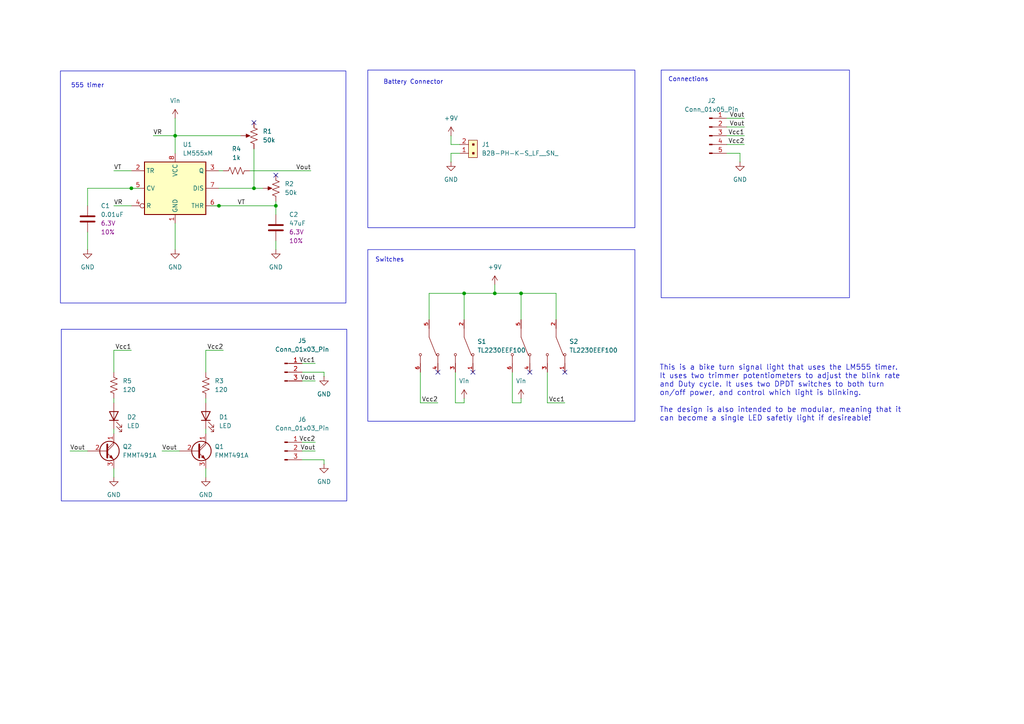
<source format=kicad_sch>
(kicad_sch (version 20250114) (generator "eeschema") (generator_version "9.0")
  (paper "A4")
  (title_block (title "555 timer bike turn signal") (date "2025-06-22") (rev "2"))
  (lib_symbols
    (symbol "Connector:Conn_01x03_Pin" (pin_names (offset 1.016) (hide yes))
      (property "Reference" "J" (at 0 5.08 0))
      (property "Value" "Conn_01x03_Pin" (at 0 -5.08 0))
      (symbol "Conn_01x03_Pin_1_1"
        (rectangle (start 0.8636 2.667) (end 0 2.413) (stroke (width 0.1524)) (fill (type outline)))
        (rectangle (start 0.8636 0.127) (end 0 -0.127) (stroke (width 0.1524)) (fill (type outline)))
        (rectangle (start 0.8636 -2.413) (end 0 -2.667) (stroke (width 0.1524)) (fill (type outline)))
        (polyline (pts (xy 1.27 2.54) (xy 0.8636 2.54)) (stroke (width 0.1524)))
        (polyline (pts (xy 1.27 0) (xy 0.8636 0)) (stroke (width 0.1524)))
        (polyline (pts (xy 1.27 -2.54) (xy 0.8636 -2.54)) (stroke (width 0.1524)))
        (pin passive line (at 5.08 2.54 180) (length 3.81) (name "Pin_1") (number "1"))
        (pin passive line (at 5.08 0 180) (length 3.81) (name "Pin_2") (number "2"))
        (pin passive line (at 5.08 -2.54 180) (length 3.81) (name "Pin_3") (number "3"))
      )
    )
    (symbol "Connector:Conn_01x05_Pin" (pin_names (offset 1.016) (hide yes))
      (property "Reference" "J" (at 0 7.62 0))
      (property "Value" "Conn_01x05_Pin" (at 0 -7.62 0))
      (symbol "Conn_01x05_Pin_1_1"
        (rectangle (start 0.8636 5.207) (end 0 4.953) (stroke (width 0.1524)) (fill (type outline)))
        (rectangle (start 0.8636 2.667) (end 0 2.413) (stroke (width 0.1524)) (fill (type outline)))
        (rectangle (start 0.8636 0.127) (end 0 -0.127) (stroke (width 0.1524)) (fill (type outline)))
        (rectangle (start 0.8636 -2.413) (end 0 -2.667) (stroke (width 0.1524)) (fill (type outline)))
        (rectangle (start 0.8636 -4.953) (end 0 -5.207) (stroke (width 0.1524)) (fill (type outline)))
        (polyline (pts (xy 1.27 5.08) (xy 0.8636 5.08)) (stroke (width 0.1524)))
        (polyline (pts (xy 1.27 2.54) (xy 0.8636 2.54)) (stroke (width 0.1524)))
        (polyline (pts (xy 1.27 0) (xy 0.8636 0)) (stroke (width 0.1524)))
        (polyline (pts (xy 1.27 -2.54) (xy 0.8636 -2.54)) (stroke (width 0.1524)))
        (polyline (pts (xy 1.27 -5.08) (xy 0.8636 -5.08)) (stroke (width 0.1524)))
        (pin passive line (at 5.08 5.08 180) (length 3.81) (name "Pin_1") (number "1"))
        (pin passive line (at 5.08 2.54 180) (length 3.81) (name "Pin_2") (number "2"))
        (pin passive line (at 5.08 0 180) (length 3.81) (name "Pin_3") (number "3"))
        (pin passive line (at 5.08 -2.54 180) (length 3.81) (name "Pin_4") (number "4"))
        (pin passive line (at 5.08 -5.08 180) (length 3.81) (name "Pin_5") (number "5"))
      )
    )
    (symbol "SparkFun-Capacitor:0.1uF_0402_6.3V_10%" (pin_numbers (hide yes)) (pin_names (offset 0.254))
      (property "Reference" "C" (at 0.635 2.54 0))
      (property "Value" "0.1uF" (at 0.635 -2.54 0))
      (property "Voltage" "6.3V" (at 0 -6.35 0))
      (property "Tolerance" "10%" (at 0 -8.89 0))
      (symbol "0.1uF_0402_6.3V_10%_0_1"
        (polyline (pts (xy -2.032 0.762) (xy 2.032 0.762)) (stroke (width 0.508)))
        (polyline (pts (xy -2.032 -0.762) (xy 2.032 -0.762)) (stroke (width 0.508)))
      )
      (symbol "0.1uF_0402_6.3V_10%_1_1"
        (pin passive line (at 0 3.81 270) (length 2.794) (name "~") (number "1"))
        (pin passive line (at 0 -3.81 90) (length 2.794) (name "~") (number "2"))
      )
    )
    (symbol "SparkFun-LED:LED" (pin_numbers (hide yes)) (pin_names (offset 1.016) (hide yes))
      (property "Reference" "D" (at 0 2.54 0))
      (property "Value" "LED" (at 0 -2.54 0))
      (symbol "LED_0_1"
        (polyline (pts (xy -3.048 -0.762) (xy -4.572 -2.286) (xy -3.81 -2.286) (xy -4.572 -2.286) (xy -4.572 -1.524)))
        (polyline (pts (xy -1.778 -0.762) (xy -3.302 -2.286) (xy -2.54 -2.286) (xy -3.302 -2.286) (xy -3.302 -1.524)))
        (polyline (pts (xy -1.27 0) (xy 1.27 0)))
        (polyline (pts (xy -1.27 -1.27) (xy -1.27 1.27)) (stroke (width 0.254)))
        (polyline (pts (xy 1.27 -1.27) (xy 1.27 1.27) (xy -1.27 0) (xy 1.27 -1.27)) (stroke (width 0.254)))
      )
      (symbol "LED_1_1"
        (pin passive line (at -3.81 0 0) (length 2.54) (name "K") (number "1"))
        (pin passive line (at 3.81 0 180) (length 2.54) (name "A") (number "2"))
      )
    )
    (symbol "SparkFun-Resistor:1.5k_0603" (pin_numbers (hide yes)) (pin_names (offset 0))
      (property "Reference" "R" (at 0 -2.54 0))
      (property "Value" "1.5k" (at 0 2.54 0))
      (symbol "1.5k_0603_0_1"
        (polyline (pts (xy -2.286 0) (xy -2.54 0)))
        (polyline (pts (xy -0.762 0) (xy -1.143 -1.016) (xy -1.524 0) (xy -1.905 1.016) (xy -2.286 0)))
        (polyline (pts (xy 0.762 0) (xy 0.381 -1.016) (xy 0 0) (xy -0.381 1.016) (xy -0.762 0)))
        (polyline (pts (xy 2.286 0) (xy 2.54 0)))
        (polyline (pts (xy 2.286 0) (xy 1.905 -1.016) (xy 1.524 0) (xy 1.143 1.016) (xy 0.762 0)))
      )
      (symbol "1.5k_0603_1_1"
        (pin passive line (at -3.81 0 0) (length 1.27) (name "~") (number "2"))
        (pin passive line (at 3.81 0 180) (length 1.27) (name "~") (number "1"))
      )
    )
    (symbol "SparkFun-Resistor:Trimpot_10k_SMD_3.0x3.0mm" (pin_numbers (hide yes)) (pin_names (offset 1.016) (hide yes))
      (property "Reference" "R1" (at 0 2.54 0))
      (property "Value" "10k" (at 2.54 -2.54 0))
      (symbol "Trimpot_10k_SMD_3.0x3.0mm_0_1"
        (polyline (pts (xy -2.286 0) (xy -2.54 0)))
        (polyline (pts (xy -0.762 0) (xy -1.143 -1.016) (xy -1.524 0) (xy -1.905 1.016) (xy -2.286 0)))
        (polyline (pts (xy 0 -1.143) (xy 0.508 -2.286) (xy -0.508 -2.286) (xy 0 -1.143)) (fill (type outline)))
        (polyline (pts (xy 0 -2.54) (xy 0 -1.524)))
        (polyline (pts (xy 0.762 0) (xy 0.381 -1.016) (xy 0 0) (xy -0.381 1.016) (xy -0.762 0)))
        (polyline (pts (xy 2.286 0) (xy 1.905 -1.016) (xy 1.524 0) (xy 1.143 1.016) (xy 0.762 0)))
        (polyline (pts (xy 2.54 0) (xy 2.286 0)))
      )
      (symbol "Trimpot_10k_SMD_3.0x3.0mm_1_1"
        (pin passive line (at -3.81 0 0) (length 1.27) (name "~") (number "3"))
        (pin passive line (at 0 -3.81 90) (length 1.27) (name "~") (number "2"))
        (pin passive line (at 3.81 0 180) (length 1.27) (name "~") (number "1"))
      )
    )
    (symbol "TL2230EEF100:TL2230EEF100" (pin_names (offset 1.016))
      (property "Reference" "S" (at -2.54 10.16 0))
      (property "Value" "TL2230EEF100" (at -2.54 -10.16 0))
      (symbol "TL2230EEF100_0_0"
        (polyline (pts (xy -2.54 5.08) (xy -5.08 5.08)) (stroke (width 0.1524)))
        (polyline (pts (xy -2.54 5.08) (xy 2.794 7.2136)) (stroke (width 0.1524)))
        (polyline (pts (xy -2.54 -5.08) (xy -5.08 -5.08)) (stroke (width 0.1524)))
        (polyline (pts (xy -2.54 -5.08) (xy 2.794 -2.9464)) (stroke (width 0.1524)))
        (circle (center 2.54 7.62) (radius 0.3302) (stroke (width 0.1524)))
        (circle (center 2.54 2.54) (radius 0.3302) (stroke (width 0.1524)))
        (circle (center 2.54 -2.54) (radius 0.3302) (stroke (width 0.1524)))
        (circle (center 2.54 -7.62) (radius 0.3302) (stroke (width 0.1524)))
        (polyline (pts (xy 5.08 7.62) (xy 2.921 7.62)) (stroke (width 0.1524)))
        (polyline (pts (xy 5.08 2.54) (xy 2.921 2.54)) (stroke (width 0.1524)))
        (polyline (pts (xy 5.08 -2.54) (xy 2.921 -2.54)) (stroke (width 0.1524)))
        (polyline (pts (xy 5.08 -7.62) (xy 2.921 -7.62)) (stroke (width 0.1524)))
        (pin passive line (at -7.62 5.08 0) (length 2.54) (name "~") (number "2"))
        (pin passive line (at -7.62 -5.08 0) (length 2.54) (name "~") (number "5"))
        (pin passive line (at 7.62 7.62 180) (length 2.54) (name "~") (number "1"))
        (pin passive line (at 7.62 2.54 180) (length 2.54) (name "~") (number "3"))
        (pin passive line (at 7.62 -2.54 180) (length 2.54) (name "~") (number "4"))
        (pin passive line (at 7.62 -7.62 180) (length 2.54) (name "~") (number "6"))
      )
    )
    (symbol "Timer:LM555xM"
      (property "Reference" "U" (at -10.16 8.89 0))
      (property "Value" "LM555xM" (at 2.54 8.89 0))
      (symbol "LM555xM_0_0"
        (pin power_in line (at 0 10.16 270) (length 2.54) (name "VCC") (number "8"))
        (pin power_in line (at 0 -10.16 90) (length 2.54) (name "GND") (number "1"))
      )
      (symbol "LM555xM_0_1"
        (rectangle (start -8.89 -7.62) (end 8.89 7.62) (stroke (width 0.254)) (fill (type background)))
        (rectangle (start -8.89 -7.62) (end 8.89 7.62) (stroke (width 0.254)) (fill (type background)))
      )
      (symbol "LM555xM_1_1"
        (pin input line (at -12.7 5.08 0) (length 3.81) (name "TR") (number "2"))
        (pin input line (at -12.7 0 0) (length 3.81) (name "CV") (number "5"))
        (pin input inverted (at -12.7 -5.08 0) (length 3.81) (name "R") (number "4"))
        (pin output line (at 12.7 5.08 180) (length 3.81) (name "Q") (number "3"))
        (pin input line (at 12.7 0 180) (length 3.81) (name "DIS") (number "7"))
        (pin input line (at 12.7 -5.08 180) (length 3.81) (name "THR") (number "6"))
      )
    )
    (symbol "Transistor_BJT:BC517" (pin_names (offset 0) (hide yes))
      (property "Reference" "Q" (at 5.08 1.905 0))
      (property "Value" "BC517" (at 5.08 0 0))
      (symbol "BC517_0_1"
        (polyline (pts (xy 0.635 1.905) (xy 0.635 -1.905) (xy 0.635 -1.905)) (stroke (width 0.508)))
        (polyline (pts (xy 0.635 0.635) (xy 2.54 2.54)))
        (polyline (pts (xy 0.635 0) (xy 2.54 1.905) (xy 2.54 2.54)))
        (polyline (pts (xy 0.635 -0.635) (xy 2.54 -2.54) (xy 2.54 -2.54)))
        (circle (center 1.27 0) (radius 2.8194) (stroke (width 0.254)))
        (polyline (pts (xy 1.27 -1.778) (xy 1.778 -1.27) (xy 2.286 -2.286) (xy 1.27 -1.778) (xy 1.27 -1.778)) (fill (type outline)))
      )
      (symbol "BC517_1_1"
        (pin input line (at -5.08 0 0) (length 5.715) (name "B") (number "2"))
        (pin passive line (at 2.54 5.08 270) (length 2.54) (name "C") (number "1"))
        (pin passive line (at 2.54 -5.08 90) (length 2.54) (name "E") (number "3"))
      )
    )
    (symbol "dk_Rectangular-Connectors-Headers-Male-Pins:B2B-PH-K-S_LF__SN_" (pin_names (offset 1.016))
      (property "Reference" "J" (at -2.54 1.27 0))
      (property "Value" "B2B-PH-K-S_LF__SN_" (at 1.27 -3.81 0))
      (symbol "B2B-PH-K-S_LF__SN__1_1"
        (rectangle (start -1.27 0) (end 3.81 -2.54) (fill (type background)))
        (rectangle (start -0.254 -1.143) (end 0.254 -1.651) (fill (type outline)))
        (rectangle (start 2.286 -1.143) (end 2.794 -1.651) (fill (type outline)))
        (pin passive line (at 0 2.54 270) (length 2.54) (name "~") (number "1"))
        (pin passive line (at 2.54 2.54 270) (length 2.54) (name "~") (number "2"))
      )
    )
    (symbol "power:+3V3" (power) (pin_numbers (hide yes)) (pin_names (offset 0) (hide yes))
      (property "Value" "+3V3" (at 0 3.556 0))
      (symbol "+3V3_0_1"
        (polyline (pts (xy -0.762 1.27) (xy 0 2.54)))
        (polyline (pts (xy 0 2.54) (xy 0.762 1.27)))
        (polyline (pts (xy 0 0) (xy 0 2.54)))
      )
      (symbol "+3V3_1_1"
        (pin power_in line (at 0 0 90) (length 0) (name "~") (number "1"))
      )
    )
    (symbol "power:+5V" (power) (pin_numbers (hide yes)) (pin_names (offset 0) (hide yes))
      (property "Value" "+5V" (at 0 3.556 0))
      (symbol "+5V_0_1"
        (polyline (pts (xy -0.762 1.27) (xy 0 2.54)))
        (polyline (pts (xy 0 2.54) (xy 0.762 1.27)))
        (polyline (pts (xy 0 0) (xy 0 2.54)))
      )
      (symbol "+5V_1_1"
        (pin power_in line (at 0 0 90) (length 0) (name "~") (number "1"))
      )
    )
    (symbol "power:GND" (power) (pin_numbers (hide yes)) (pin_names (offset 0) (hide yes))
      (property "Value" "GND" (at 0 -3.81 0))
      (symbol "GND_0_1"
        (polyline (pts (xy 0 0) (xy 0 -1.27) (xy 1.27 -1.27) (xy 0 -2.54) (xy -1.27 -1.27) (xy 0 -1.27)))
      )
      (symbol "GND_1_1"
        (pin power_in line (at 0 0 270) (length 0) (name "~") (number "1"))
      )
    )
  )
  (rectangle (start 17.526 20.574) (end 100.33 87.884))
  (rectangle (start 17.78 95.504) (end 100.584 145.288))
  (rectangle (start 106.68 20.32) (end 184.15 66.04))
  (rectangle (start 106.68 72.39) (end 184.15 122.174))
  (rectangle (start 191.77 20.32) (end 246.38 86.36))
  (text "Switches" (at 113.03 75.438 0) (effects (font (size 1.27 1.27))))
  (text "555 timer\n" (at 25.4 24.892 0) (effects (font (size 1.27 1.27))))
  (text "Connections\n" (at 199.644 23.114 0) (effects (font (size 1.27 1.27))))
  (text "Battery Connector\n" (at 119.888 23.876 0) (effects (font (size 1.27 1.27))))
  (text "This is a bike turn signal light that uses the LM555 timer. \nIt uses two trimmer potentiometers to adjust the blink rate \nand Duty cycle. It uses two DPDT switches to both turn \non/off power, and control which light is blinking.\n\nThe design is also intended to be modular, meaning that it \ncan become a single LED safetly light if desireable!" (at 191.262 114.046 0) (effects (font (size 1.524 1.524)) (justify left)))
  (junction (at 151.13 85.09))
  (junction (at 143.51 85.09))
  (junction (at 38.1 54.61))
  (junction (at 134.62 85.09))
  (junction (at 63.5 59.69))
  (junction (at 50.8 39.37))
  (junction (at 73.66 54.61))
  (junction (at 80.01 59.69))
  (no_connect (at 127 107.95))
  (no_connect (at 73.66 35.56))
  (no_connect (at 163.83 107.95))
  (no_connect (at 80.01 50.8))
  (no_connect (at 137.16 107.95))
  (no_connect (at 153.67 107.95))
  (wire (pts (xy 124.46 92.71) (xy 124.46 85.09)))
  (wire (pts (xy 59.69 124.46) (xy 59.69 125.73)))
  (wire (pts (xy 38.1 101.6) (xy 33.02 101.6)))
  (wire (pts (xy 134.62 85.09) (xy 134.62 92.71)))
  (wire (pts (xy 93.98 133.35) (xy 93.98 134.62)))
  (wire (pts (xy 44.45 39.37) (xy 50.8 39.37)))
  (wire (pts (xy 130.81 44.45) (xy 130.81 46.99)))
  (wire (pts (xy 64.77 101.6) (xy 59.69 101.6)))
  (wire (pts (xy 87.63 105.41) (xy 91.44 105.41)))
  (wire (pts (xy 25.4 67.31) (xy 25.4 72.39)))
  (wire (pts (xy 151.13 85.09) (xy 151.13 92.71)))
  (wire (pts (xy 215.9 34.29) (xy 210.82 34.29)))
  (wire (pts (xy 132.08 107.95) (xy 132.08 116.84)))
  (wire (pts (xy 93.98 107.95) (xy 93.98 109.22)))
  (wire (pts (xy 143.51 85.09) (xy 151.13 85.09)))
  (wire (pts (xy 60.96 59.69) (xy 63.5 59.69)))
  (wire (pts (xy 64.77 49.53) (xy 63.5 49.53)))
  (wire (pts (xy 73.66 43.18) (xy 73.66 54.61)))
  (wire (pts (xy 151.13 116.84) (xy 151.13 115.57)))
  (wire (pts (xy 20.32 130.81) (xy 25.4 130.81)))
  (wire (pts (xy 50.8 34.29) (xy 50.8 39.37)))
  (wire (pts (xy 33.02 138.43) (xy 33.02 135.89)))
  (wire (pts (xy 91.44 110.49) (xy 87.63 110.49)))
  (wire (pts (xy 63.5 59.69) (xy 80.01 59.69)))
  (wire (pts (xy 63.5 54.61) (xy 73.66 54.61)))
  (wire (pts (xy 80.01 58.42) (xy 80.01 59.69)))
  (wire (pts (xy 215.9 36.83) (xy 210.82 36.83)))
  (wire (pts (xy 127 116.84) (xy 121.92 116.84)))
  (wire (pts (xy 91.44 130.81) (xy 87.63 130.81)))
  (wire (pts (xy 130.81 39.37) (xy 130.81 41.91)))
  (wire (pts (xy 143.51 85.09) (xy 143.51 82.55)))
  (wire (pts (xy 132.08 116.84) (xy 134.62 116.84)))
  (wire (pts (xy 124.46 85.09) (xy 134.62 85.09)))
  (wire (pts (xy 90.17 49.53) (xy 72.39 49.53)))
  (wire (pts (xy 25.4 54.61) (xy 25.4 59.69)))
  (wire (pts (xy 87.63 133.35) (xy 93.98 133.35)))
  (wire (pts (xy 215.9 39.37) (xy 210.82 39.37)))
  (wire (pts (xy 73.66 54.61) (xy 76.2 54.61)))
  (wire (pts (xy 215.9 41.91) (xy 210.82 41.91)))
  (wire (pts (xy 151.13 85.09) (xy 161.29 85.09)))
  (wire (pts (xy 50.8 64.77) (xy 50.8 72.39)))
  (wire (pts (xy 59.69 101.6) (xy 59.69 107.95)))
  (wire (pts (xy 210.82 44.45) (xy 214.63 44.45)))
  (wire (pts (xy 151.13 116.84) (xy 148.59 116.84)))
  (wire (pts (xy 161.29 85.09) (xy 161.29 92.71)))
  (wire (pts (xy 134.62 116.84) (xy 134.62 115.57)))
  (wire (pts (xy 59.69 115.57) (xy 59.69 116.84)))
  (wire (pts (xy 121.92 116.84) (xy 121.92 107.95)))
  (wire (pts (xy 133.35 44.45) (xy 130.81 44.45)))
  (wire (pts (xy 25.4 54.61) (xy 38.1 54.61)))
  (wire (pts (xy 33.02 124.46) (xy 33.02 125.73)))
  (wire (pts (xy 87.63 107.95) (xy 93.98 107.95)))
  (wire (pts (xy 46.99 130.81) (xy 52.07 130.81)))
  (wire (pts (xy 40.64 54.61) (xy 38.1 54.61)))
  (wire (pts (xy 148.59 107.95) (xy 148.59 116.84)))
  (wire (pts (xy 50.8 39.37) (xy 69.85 39.37)))
  (wire (pts (xy 158.75 107.95) (xy 158.75 116.84)))
  (wire (pts (xy 214.63 44.45) (xy 214.63 46.99)))
  (wire (pts (xy 87.63 128.27) (xy 91.44 128.27)))
  (wire (pts (xy 33.02 49.53) (xy 38.1 49.53)))
  (wire (pts (xy 59.69 138.43) (xy 59.69 135.89)))
  (wire (pts (xy 163.83 116.84) (xy 158.75 116.84)))
  (wire (pts (xy 33.02 59.69) (xy 38.1 59.69)))
  (wire (pts (xy 80.01 59.69) (xy 80.01 62.23)))
  (wire (pts (xy 134.62 85.09) (xy 143.51 85.09)))
  (wire (pts (xy 33.02 101.6) (xy 33.02 107.95)))
  (wire (pts (xy 33.02 115.57) (xy 33.02 116.84)))
  (wire (pts (xy 80.01 69.85) (xy 80.01 72.39)))
  (wire (pts (xy 50.8 39.37) (xy 50.8 44.45)))
  (wire (pts (xy 130.81 41.91) (xy 133.35 41.91)))
  (label "Vcc1" (at 163.83 116.84 180))
  (label "Vcc2" (at 91.44 128.27 180))
  (label "Vcc2" (at 215.9 41.91 180))
  (label "Vcc2" (at 127 116.84 180))
  (label "Vout" (at 91.44 110.49 180))
  (label "Vcc2" (at 64.77 101.6 180))
  (label "VR" (at 44.45 39.37 0))
  (label "Vcc1" (at 38.1 101.6 180))
  (label "Vout" (at 90.17 49.53 180))
  (label "Vcc1" (at 91.44 105.41 180))
  (label "Vout" (at 46.99 130.81 0))
  (label "Vout" (at 215.9 36.83 180))
  (label "VR" (at 33.02 59.69 0))
  (label "Vout" (at 215.9 34.29 180))
  (label "Vout" (at 91.44 130.81 180))
  (label "VT" (at 71.12 59.69 180))
  (label "Vcc1" (at 215.9 39.37 180))
  (label "Vout" (at 20.32 130.81 0))
  (label "VT" (at 33.02 49.53 0))
  (symbol (lib_id "SparkFun-Resistor:1.5k_0603") (at 68.58 49.53 180) (unit 1)
    (property "Reference" "R4" (at 68.58 43.18 0))
    (property "Value" "1k" (at 68.58 45.72 0))
    (property "Footprint" "Capacitor_SMD:C_0805_2012Metric_Pad1.18x1.45mm_HandSolder" (effects (hide yes)))
    (property "Datasheet" "https://www.vishay.com/docs/20035/dcrcwe3.pdf" (effects (hide yes)))
    (property "Description" "Resistor" (effects (hide yes)))
    (property "PROD_ID" "RES-08306" (effects (hide yes)))
  )
  (symbol (lib_id "power:GND") (at 80.01 72.39 0) (unit 1)
    (property "Reference" "#PWR05" (effects (hide yes)))
    (property "Value" "GND" (at 80.01 77.47 0))
    (property "Description" "Power symbol creates a global label with name \"GND\" , ground" (effects (hide yes)))
  )
  (symbol (lib_id "power:+5V") (at 143.51 82.55 0) (unit 1)
    (property "Reference" "#PWR020" (effects (hide yes)))
    (property "Value" "+9V" (at 143.51 77.47 0))
    (property "Description" "Power symbol creates a global label with name \"+5V\"" (effects (hide yes)))
  )
  (symbol (lib_id "SparkFun-Resistor:Trimpot_10k_SMD_3.0x3.0mm") (at 73.66 39.37 270) (unit 1)
    (property "Reference" "R1" (at 76.2 38.0999 90) (effects (justify left)))
    (property "Value" "50k" (at 76.2 40.6399 90) (effects (justify left)))
    (property "Footprint" "PV37W:TRIM_PV37W103C01B00" (effects (hide yes)))
    (property "Datasheet" "https://www.ttelectronics.com/TTElectronics/media/ProductFiles/Datasheet/22.pdf" (effects (hide yes)))
    (property "Description" "Potentiometer TRIMPOT-SMD-3MM-CLOSED-1/8W-20%" (effects (hide yes)))
    (property "PROD_ID" "RES-09285" (effects (hide yes)))
    (property "Mfg Part#" "22AR10K" (effects (hide yes)))
  )
  (symbol (lib_id "SparkFun-Resistor:1.5k_0603") (at 59.69 111.76 90) (unit 1)
    (property "Reference" "R3" (at 62.23 110.4899 90) (effects (justify right)))
    (property "Value" "120" (at 62.23 113.0299 90) (effects (justify right)))
    (property "Footprint" "Capacitor_SMD:C_0805_2012Metric_Pad1.18x1.45mm_HandSolder" (effects (hide yes)))
    (property "Datasheet" "https://www.vishay.com/docs/20035/dcrcwe3.pdf" (effects (hide yes)))
    (property "Description" "Resistor" (effects (hide yes)))
    (property "PROD_ID" "RES-08306" (effects (hide yes)))
  )
  (symbol (lib_id "power:GND") (at 33.02 138.43 0) (unit 1)
    (property "Reference" "#PWR028" (effects (hide yes)))
    (property "Value" "GND" (at 33.02 143.51 0))
    (property "Description" "Power symbol creates a global label with name \"GND\" , ground" (effects (hide yes)))
  )
  (symbol (lib_id "power:GND") (at 93.98 109.22 0) (unit 1)
    (property "Reference" "#PWR017" (effects (hide yes)))
    (property "Value" "GND" (at 93.98 114.3 0))
    (property "Description" "Power symbol creates a global label with name \"GND\" , ground" (effects (hide yes)))
  )
  (symbol (lib_id "Timer:LM555xM") (at 50.8 54.61 0) (unit 1)
    (property "Reference" "U1" (at 52.9941 41.91 0) (effects (justify left)))
    (property "Value" "LM555xM" (at 52.9941 44.45 0) (effects (justify left)))
    (property "Footprint" "Package_SO:SOIC-8_3.9x4.9mm_P1.27mm" (effects (hide yes)))
    (property "Datasheet" "http://www.ti.com/lit/ds/symlink/lm555.pdf" (effects (hide yes)))
    (property "Description" "Timer, 555 compatible, SOIC-8" (effects (hide yes)))
  )
  (symbol (lib_id "Connector:Conn_01x05_Pin") (at 205.74 39.37 0) (unit 1)
    (property "Reference" "J2" (at 206.375 29.21 0))
    (property "Value" "Conn_01x05_Pin" (at 206.375 31.75 0))
    (property "Footprint" "Connector_PinHeader_2.54mm:PinHeader_1x05_P2.54mm_Vertical" (effects (hide yes)))
    (property "Description" "Generic connector, single row, 01x05, script generated" (effects (hide yes)))
  )
  (symbol (lib_id "Transistor_BJT:BC517") (at 57.15 130.81 0) (unit 1)
    (property "Reference" "Q1" (at 62.23 129.5399 0) (effects (justify left)))
    (property "Value" "FMMT491A" (at 62.23 132.0799 0) (effects (justify left)))
    (property "Footprint" "Package_TO_SOT_THT:TO-92_Inline" (effects (hide yes)))
    (property "Datasheet" "TRANS NPN 40V 0.6A TO-92-3" (effects (hide yes)))
    (property "Description" "1A Ic, 30V Vce, Darlington NPN Transistor, TO-92" (effects (hide yes)))
  )
  (symbol (lib_id "SparkFun-Capacitor:0.1uF_0402_6.3V_10%") (at 25.4 63.5 0) (unit 1)
    (property "Reference" "C1" (at 29.21 59.6899 0) (effects (justify left)))
    (property "Value" "0.01uF" (at 29.21 62.2299 0) (effects (justify left)))
    (property "Footprint" "Capacitor_SMD:C_0805_2012Metric_Pad1.18x1.45mm_HandSolder" (effects (hide yes)))
    (property "Datasheet" "https://cdn.sparkfun.com/assets/8/a/4/a/5/Kemet_Capacitor_Datasheet.pdf" (effects (hide yes)))
    (property "Description" "Unpolarized capacitor" (effects (hide yes)))
    (property "PROD_ID" "CAP-14993" (effects (hide yes)))
    (property "Voltage" "6.3V" (at 29.21 64.7699 0) (effects (justify left)))
    (property "Tolerance" "10%" (at 29.21 67.3099 0) (effects (justify left)))
  )
  (symbol (lib_id "power:+3V3") (at 134.62 115.57 0) (unit 1)
    (property "Reference" "#PWR06" (effects (hide yes)))
    (property "Value" "Vin" (at 134.62 110.49 0))
    (property "Description" "Power symbol creates a global label with name \"+3V3\"" (effects (hide yes)))
  )
  (symbol (lib_id "power:GND") (at 50.8 72.39 0) (unit 1)
    (property "Reference" "#PWR01" (effects (hide yes)))
    (property "Value" "GND" (at 50.8 77.47 0))
    (property "Description" "Power symbol creates a global label with name \"GND\" , ground" (effects (hide yes)))
  )
  (symbol (lib_id "power:GND") (at 214.63 46.99 0) (unit 1)
    (property "Reference" "#PWR011" (effects (hide yes)))
    (property "Value" "GND" (at 214.63 52.07 0))
    (property "Description" "Power symbol creates a global label with name \"GND\" , ground" (effects (hide yes)))
  )
  (symbol (lib_id "dk_Rectangular-Connectors-Headers-Male-Pins:B2B-PH-K-S_LF__SN_") (at 135.89 44.45 90) (unit 1)
    (property "Reference" "J1" (at 139.7 41.9099 90) (effects (justify right)))
    (property "Value" "B2B-PH-K-S_LF__SN_" (at 139.7 44.4499 90) (effects (justify right)))
    (property "Footprint" "custom_footprints:PinHeader_1x2_P2mm_Drill1mm" (effects (hide yes)))
    (property "Datasheet" "http://www.jst-mfg.com/product/pdf/eng/ePH.pdf" (effects (hide yes)))
    (property "Description" "CONN HEADER VERT 2POS 2MM" (effects (hide yes)))
    (property "Digi-Key_PN" "455-1704-ND" (effects (hide yes)))
    (property "MPN" "B2B-PH-K-S(LF)(SN)" (effects (hide yes)))
    (property "Category" "Connectors, Interconnects" (effects (hide yes)))
    (property "Family" "Rectangular Connectors - Headers, Male Pins" (effects (hide yes)))
    (property "DK_Datasheet_Link" "http://www.jst-mfg.com/product/pdf/eng/ePH.pdf" (effects (hide yes)))
    (property "DK_Detail_Page" "/product-detail/en/jst-sales-america-inc/B2B-PH-K-S(LF)(SN)/455-1704-ND/926611" (effects (hide yes)))
    (property "Description_1" "CONN HEADER VERT 2POS 2MM" (effects (hide yes)))
    (property "Manufacturer" "JST Sales America Inc." (effects (hide yes)))
    (property "Status" "Active" (effects (hide yes)))
  )
  (symbol (lib_id "Connector:Conn_01x03_Pin") (at 82.55 130.81 0) (unit 1)
    (property "Reference" "J6" (at 87.63 121.666 0))
    (property "Value" "Conn_01x03_Pin" (at 87.63 124.206 0))
    (property "Footprint" "Connector_PinHeader_2.54mm:PinHeader_1x03_P2.54mm_Vertical" (effects (hide yes)))
    (property "Description" "Generic connector, single row, 01x03, script generated" (effects (hide yes)))
  )
  (symbol (lib_id "Transistor_BJT:BC517") (at 30.48 130.81 0) (unit 1)
    (property "Reference" "Q2" (at 35.56 129.5399 0) (effects (justify left)))
    (property "Value" "FMMT491A" (at 35.56 132.0799 0) (effects (justify left)))
    (property "Footprint" "Package_TO_SOT_THT:TO-92_Inline" (effects (hide yes)))
    (property "Datasheet" "https://www.onsemi.com/pub/Collateral/BC517-D74Z-D.PDF" (effects (hide yes)))
    (property "Description" "TRANS NPN 40V 0.6A TO-92-3" (effects (hide yes)))
  )
  (symbol (lib_id "SparkFun-LED:LED") (at 59.69 120.65 90) (unit 1)
    (property "Reference" "D1" (at 63.5 120.9674 90) (effects (justify right)))
    (property "Value" "LED" (at 63.5 123.5074 90) (effects (justify right)))
    (property "Footprint" "custom_footprints:4-PLCC LED" (effects (hide yes)))
    (property "Description" "Light emitting diode" (effects (hide yes)))
    (property "PROD_ID" "LED-" (effects (hide yes)))
  )
  (symbol (lib_id "power:GND") (at 130.81 46.99 0) (unit 1)
    (property "Reference" "#PWR04" (effects (hide yes)))
    (property "Value" "GND" (at 130.81 52.07 0))
    (property "Description" "Power symbol creates a global label with name \"GND\" , ground" (effects (hide yes)))
  )
  (symbol (lib_id "Connector:Conn_01x03_Pin") (at 82.55 107.95 0) (unit 1)
    (property "Reference" "J5" (at 87.63 98.806 0))
    (property "Value" "Conn_01x03_Pin" (at 87.63 101.346 0))
    (property "Footprint" "Connector_PinHeader_2.54mm:PinHeader_1x03_P2.54mm_Vertical" (effects (hide yes)))
    (property "Description" "Generic connector, single row, 01x03, script generated" (effects (hide yes)))
  )
  (symbol (lib_id "power:GND") (at 25.4 72.39 0) (unit 1)
    (property "Reference" "#PWR09" (effects (hide yes)))
    (property "Value" "GND" (at 25.4 77.47 0))
    (property "Description" "Power symbol creates a global label with name \"GND\" , ground" (effects (hide yes)))
  )
  (symbol (lib_id "power:GND") (at 59.69 138.43 0) (unit 1)
    (property "Reference" "#PWR010" (effects (hide yes)))
    (property "Value" "GND" (at 59.69 143.51 0))
    (property "Description" "Power symbol creates a global label with name \"GND\" , ground" (effects (hide yes)))
  )
  (symbol (lib_id "power:+5V") (at 130.81 39.37 0) (unit 1)
    (property "Reference" "#PWR02" (effects (hide yes)))
    (property "Value" "+9V" (at 130.81 34.29 0))
    (property "Description" "Power symbol creates a global label with name \"+5V\"" (effects (hide yes)))
  )
  (symbol (lib_id "power:+3V3") (at 151.13 115.57 0) (unit 1)
    (property "Reference" "#PWR07" (effects (hide yes)))
    (property "Value" "Vin" (at 151.13 110.49 0))
    (property "Description" "Power symbol creates a global label with name \"+3V3\"" (effects (hide yes)))
  )
  (symbol (lib_id "SparkFun-LED:LED") (at 33.02 120.65 90) (unit 1)
    (property "Reference" "D2" (at 36.83 120.9674 90) (effects (justify right)))
    (property "Value" "LED" (at 36.83 123.5074 90) (effects (justify right)))
    (property "Footprint" "custom_footprints:4-PLCC LED" (effects (hide yes)))
    (property "Description" "Light emitting diode" (effects (hide yes)))
    (property "PROD_ID" "LED-" (effects (hide yes)))
  )
  (symbol (lib_id "power:GND") (at 93.98 134.62 0) (unit 1)
    (property "Reference" "#PWR013" (effects (hide yes)))
    (property "Value" "GND" (at 93.98 139.7 0))
    (property "Description" "Power symbol creates a global label with name \"GND\" , ground" (effects (hide yes)))
  )
  (symbol (lib_id "TL2230EEF100:TL2230EEF100") (at 156.21 100.33 270) (unit 1)
    (property "Reference" "S2" (at 165.1 99.0599 90) (effects (justify left)))
    (property "Value" "TL2230EEF100" (at 165.1 101.5999 90) (effects (justify left)))
    (property "Footprint" "TL2230EEF100:SW_TL2230EEF100" (effects (hide yes)))
    (property "PARTREV" "E" (effects (hide yes)))
    (property "STANDARD" "Manufacturer Recommendations" (effects (hide yes)))
    (property "MANUFACTURER" "E-Switch" (effects (hide yes)))
    (property "MAXIMUM_PACKAGE_HEIGHT" "12.5 mm" (effects (hide yes)))
    (property "SNAPEDA_PN" "TL2230EEF140" (effects (hide yes)))
  )
  (symbol (lib_id "SparkFun-Capacitor:0.1uF_0402_6.3V_10%") (at 80.01 66.04 0) (unit 1)
    (property "Reference" "C2" (at 83.82 62.2299 0) (effects (justify left)))
    (property "Value" "47uF" (at 83.82 64.7699 0) (effects (justify left)))
    (property "Footprint" "Capacitor_SMD:C_0805_2012Metric_Pad1.18x1.45mm_HandSolder" (effects (hide yes)))
    (property "Datasheet" "https://cdn.sparkfun.com/assets/8/a/4/a/5/Kemet_Capacitor_Datasheet.pdf" (effects (hide yes)))
    (property "Description" "Unpolarized capacitor" (effects (hide yes)))
    (property "PROD_ID" "CAP-14993" (effects (hide yes)))
    (property "Voltage" "6.3V" (at 83.82 67.3099 0) (effects (justify left)))
    (property "Tolerance" "10%" (at 83.82 69.8499 0) (effects (justify left)))
  )
  (symbol (lib_id "power:+3V3") (at 50.8 34.29 0) (unit 1)
    (property "Reference" "#PWR014" (effects (hide yes)))
    (property "Value" "Vin" (at 50.8 29.21 0))
    (property "Description" "Power symbol creates a global label with name \"+3V3\"" (effects (hide yes)))
  )
  (symbol (lib_id "SparkFun-Resistor:1.5k_0603") (at 33.02 111.76 90) (unit 1)
    (property "Reference" "R5" (at 35.56 110.4899 90) (effects (justify right)))
    (property "Value" "120" (at 35.56 113.0299 90) (effects (justify right)))
    (property "Footprint" "Capacitor_SMD:C_0805_2012Metric_Pad1.18x1.45mm_HandSolder" (effects (hide yes)))
    (property "Datasheet" "https://www.vishay.com/docs/20035/dcrcwe3.pdf" (effects (hide yes)))
    (property "Description" "Resistor" (effects (hide yes)))
    (property "PROD_ID" "RES-08306" (effects (hide yes)))
  )
  (symbol (lib_id "SparkFun-Resistor:Trimpot_10k_SMD_3.0x3.0mm") (at 80.01 54.61 270) (unit 1)
    (property "Reference" "R2" (at 82.55 53.3399 90) (effects (justify left)))
    (property "Value" "50k" (at 82.55 55.8799 90) (effects (justify left)))
    (property "Footprint" "PV37W:TRIM_PV37W103C01B00" (effects (hide yes)))
    (property "Datasheet" "https://www.ttelectronics.com/TTElectronics/media/ProductFiles/Datasheet/22.pdf" (effects (hide yes)))
    (property "Description" "Potentiometer TRIMPOT-SMD-3MM-CLOSED-1/8W-20%" (effects (hide yes)))
    (property "PROD_ID" "RES-09285" (effects (hide yes)))
    (property "Mfg Part#" "22AR10K" (effects (hide yes)))
  )
  (symbol (lib_id "TL2230EEF100:TL2230EEF100") (at 129.54 100.33 270) (unit 1)
    (property "Reference" "S1" (at 138.43 99.0599 90) (effects (justify left)))
    (property "Value" "TL2230EEF100" (at 138.43 101.5999 90) (effects (justify left)))
    (property "Footprint" "TL2230EEF100:SW_TL2230EEF100" (effects (hide yes)))
    (property "PARTREV" "E" (effects (hide yes)))
    (property "STANDARD" "Manufacturer Recommendations" (effects (hide yes)))
    (property "MANUFACTURER" "E-Switch" (effects (hide yes)))
    (property "MAXIMUM_PACKAGE_HEIGHT" "12.5 mm" (effects (hide yes)))
    (property "SNAPEDA_PN" "TL2230EEF140" (effects (hide yes)))
  )
)
</source>
